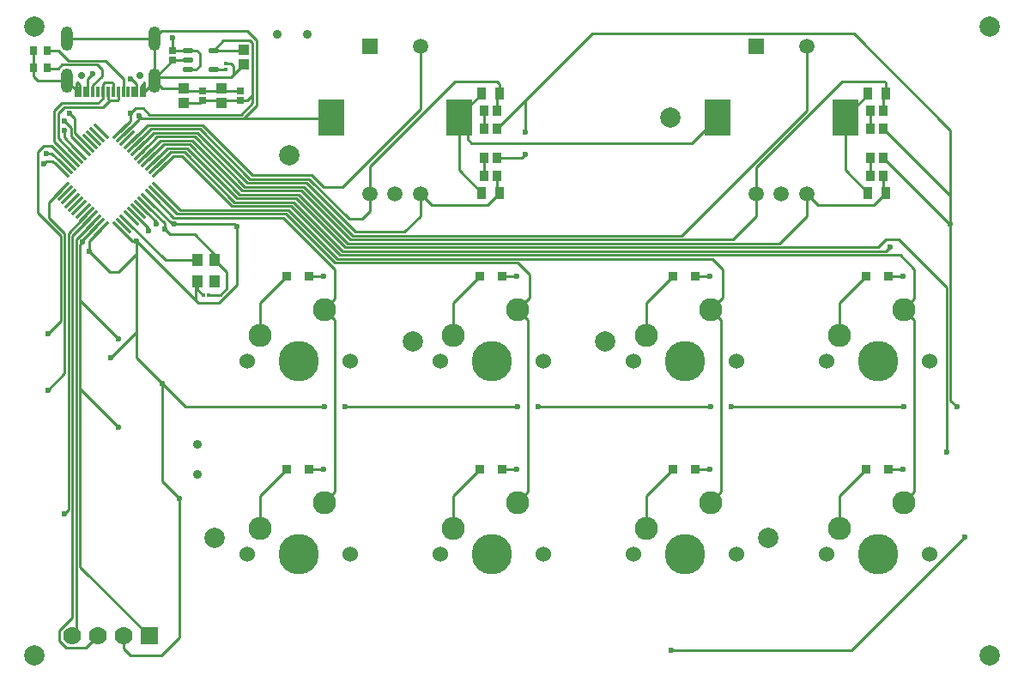
<source format=gtl>
G04*
G04 #@! TF.GenerationSoftware,Altium Limited,CircuitMaker,2.3.0 (2.3.0.3)*
G04*
G04 Layer_Physical_Order=1*
G04 Layer_Color=25308*
%FSLAX25Y25*%
%MOIN*%
G70*
G04*
G04 #@! TF.SameCoordinates,7A92FE71-458D-4544-954B-740947ED0FFD*
G04*
G04*
G04 #@! TF.FilePolarity,Positive*
G04*
G01*
G75*
%ADD10C,0.01000*%
%ADD18R,0.04331X0.05118*%
%ADD19R,0.01417X0.01260*%
%ADD20R,0.03268X0.03268*%
%ADD21R,0.03937X0.04134*%
%ADD22R,0.01260X0.01417*%
%ADD23O,0.04331X0.02165*%
%ADD24R,0.02756X0.02559*%
%ADD25R,0.03150X0.03740*%
G04:AMPARAMS|DCode=26|XSize=10.63mil|YSize=82.68mil|CornerRadius=0mil|HoleSize=0mil|Usage=FLASHONLY|Rotation=135.000|XOffset=0mil|YOffset=0mil|HoleType=Round|Shape=Round|*
%AMOVALD26*
21,1,0.07205,0.01063,0.00000,0.00000,225.0*
1,1,0.01063,0.02547,0.02547*
1,1,0.01063,-0.02547,-0.02547*
%
%ADD26OVALD26*%

G04:AMPARAMS|DCode=27|XSize=10.63mil|YSize=82.68mil|CornerRadius=0mil|HoleSize=0mil|Usage=FLASHONLY|Rotation=225.000|XOffset=0mil|YOffset=0mil|HoleType=Round|Shape=Round|*
%AMOVALD27*
21,1,0.07205,0.01063,0.00000,0.00000,315.0*
1,1,0.01063,-0.02547,0.02547*
1,1,0.01063,0.02547,-0.02547*
%
%ADD27OVALD27*%

G04:AMPARAMS|DCode=28|XSize=10.63mil|YSize=82.68mil|CornerRadius=0mil|HoleSize=0mil|Usage=FLASHONLY|Rotation=225.000|XOffset=0mil|YOffset=0mil|HoleType=Round|Shape=Round|*
%AMOVALD28*
21,1,0.07205,0.01063,0.00000,0.00000,315.0*
1,1,0.01063,-0.02547,0.02547*
1,1,0.01063,0.02547,-0.02547*
%
%ADD28OVALD28*%

%ADD29R,0.01181X0.03937*%
%ADD30R,0.03543X0.03937*%
%ADD31R,0.03543X0.05118*%
%ADD32R,0.04331X0.03937*%
%ADD61C,0.07874*%
%ADD62C,0.15700*%
%ADD63C,0.09000*%
%ADD64C,0.06000*%
%ADD65C,0.03543*%
%ADD66C,0.07000*%
%ADD67R,0.07000X0.07000*%
%ADD68R,0.10000X0.14000*%
%ADD69R,0.05905X0.05905*%
%ADD70C,0.05905*%
%ADD71O,0.04724X0.09449*%
%ADD72C,0.02756*%
%ADD73C,0.02362*%
D10*
X353000Y108000D02*
X423000D01*
X467000Y152000D01*
X285630Y299213D02*
X295079D01*
X296654Y300787D01*
X296555Y321555D02*
X322500Y347500D01*
X285630Y310630D02*
X296555Y321555D01*
X296654Y321457D01*
Y309252D02*
Y321457D01*
X155413Y326279D02*
X163779D01*
X152461Y329232D02*
X155413Y326279D01*
X138500Y194500D02*
Y195000D01*
X118405Y345768D02*
X152461D01*
X435630Y299213D02*
X461500Y273342D01*
X322500Y347500D02*
X424000D01*
X461500Y310000D01*
Y284760D02*
Y310000D01*
Y273500D02*
Y284760D01*
Y273342D02*
Y273500D01*
X435630Y310630D02*
X461500Y284760D01*
Y205000D02*
Y273342D01*
Y205000D02*
X464000Y202500D01*
X376500D02*
X443500D01*
X301500D02*
X368500D01*
X226500D02*
X293500D01*
X164500D02*
X218500D01*
X155500Y211500D02*
X164500Y202500D01*
X140394Y108606D02*
Y113583D01*
Y108606D02*
X143000Y106000D01*
X155000D01*
X162000Y113000D01*
Y167000D01*
X155500Y173500D02*
X162000Y167000D01*
X155500Y173500D02*
Y211500D01*
X145500Y231500D02*
Y262000D01*
X135500Y221500D02*
X145500Y231500D01*
Y221500D02*
Y231500D01*
Y262000D02*
Y267000D01*
Y221500D02*
X155500Y211500D01*
X127000Y263000D02*
X135000Y255000D01*
X138500D01*
X145500Y262000D01*
X168500Y244000D02*
X169500Y243000D01*
X145500Y267000D02*
X168500Y244000D01*
Y250614D02*
X169252Y251366D01*
X168500Y244000D02*
Y250614D01*
X169500Y243000D02*
X177500D01*
X184500Y250000D01*
Y272500D01*
X175748Y259634D02*
Y261752D01*
X168000Y269500D02*
X175748Y261752D01*
X158500Y269500D02*
X168000D01*
X156500Y271500D02*
X158500Y269500D01*
X183500Y273500D02*
X184500Y272500D01*
X160000Y273500D02*
X183500D01*
X361102Y305000D02*
X371063Y314961D01*
X275500Y305000D02*
X361102D01*
X274000Y306500D02*
X275500Y305000D01*
X274000Y306500D02*
Y311630D01*
X270669Y314961D02*
X274000Y311630D01*
X220602Y314500D02*
X221063Y314961D01*
X187000Y314500D02*
X220602D01*
X123500Y140476D02*
Y209500D01*
Y244000D01*
Y209500D02*
X138500Y194500D01*
X123500Y244000D02*
X138500Y229000D01*
X122000Y115189D02*
Y267571D01*
X120500Y120500D02*
Y268855D01*
X119000Y162500D02*
Y270139D01*
X117500Y215500D02*
Y270000D01*
X116000Y236000D02*
Y269000D01*
X123500Y140476D02*
X150394Y113583D01*
X123500Y244000D02*
Y265500D01*
X124500Y266500D01*
X105413Y331087D02*
Y334252D01*
Y331087D02*
X107268Y329232D01*
X118405D01*
X105413Y334252D02*
Y340945D01*
X146500Y315500D02*
X147500Y314500D01*
X187000D01*
X192000Y319500D01*
Y345000D01*
X188500Y348500D02*
X192000Y345000D01*
X155193Y348500D02*
X188500D01*
X152461Y345768D02*
X155193Y348500D01*
X152461Y330118D02*
Y345768D01*
Y329232D02*
Y330118D01*
X143000Y316500D02*
X145000Y318500D01*
X148000D01*
X150500Y316000D01*
X186000D01*
X190500Y320500D01*
Y323500D01*
X159641Y273500D02*
X160000D01*
X111000Y209000D02*
X117500Y215500D01*
X111000Y231000D02*
X116000Y236000D01*
X107000Y278000D02*
X116000Y269000D01*
X111500Y276000D02*
X117500Y270000D01*
X111500Y276000D02*
Y282126D01*
X116364Y286990D01*
X107000Y278000D02*
Y301500D01*
X109500Y304000D01*
X112437D01*
X119147Y297290D01*
X117500Y161000D02*
X119000Y162500D01*
X119500Y316500D02*
X121500Y314500D01*
Y308857D02*
Y314500D01*
Y308857D02*
X126107Y304250D01*
X117500Y313500D02*
X120000Y311000D01*
Y307573D02*
Y311000D01*
Y307573D02*
X124715Y302858D01*
X117500Y307289D02*
Y310000D01*
Y307289D02*
X123323Y301466D01*
X132480Y322480D02*
Y325000D01*
X130500Y320500D02*
X132480Y322480D01*
X116500Y320500D02*
X130500D01*
X113500Y317500D02*
X116500Y320500D01*
X113500Y305721D02*
Y317500D01*
Y305721D02*
X120539Y298682D01*
X132500Y319000D02*
X135000Y321500D01*
X117500Y319000D02*
X132500D01*
X115000Y316500D02*
X117500Y319000D01*
X115000Y307005D02*
Y316500D01*
Y307005D02*
X121931Y300074D01*
X119000Y270139D02*
X126107Y277246D01*
X125811Y109000D02*
X130394Y113583D01*
X118000Y109000D02*
X125811D01*
X115500Y111500D02*
X118000Y109000D01*
X115500Y111500D02*
Y115500D01*
X120500Y120500D01*
Y268855D02*
X127499Y275854D01*
X120394Y113583D02*
X122000Y115189D01*
Y267571D02*
X128891Y274462D01*
X143367Y305642D02*
X149725Y312000D01*
X171000D01*
X190500Y292500D01*
X144759Y304250D02*
X151009Y310500D01*
X170000D01*
X189500Y291000D01*
X146151Y302858D02*
X152293Y309000D01*
X169000D01*
X188500Y289500D01*
X147543Y301466D02*
X153577Y307500D01*
X168000D01*
X187500Y288000D01*
X148935Y300074D02*
X154861Y306000D01*
X167000D01*
X186500Y286500D01*
X150327Y298682D02*
X156145Y304500D01*
X166000D01*
X185500Y285000D01*
X190500Y292500D02*
X213500D01*
X218000Y288000D01*
X225500D01*
X189500Y291000D02*
X212500D01*
X228000Y275500D01*
X233000D01*
X236024Y278524D01*
Y285433D01*
X188500Y289500D02*
X211500D01*
X230500Y270500D01*
X249500D01*
X255709Y276709D01*
Y285433D01*
X187500Y288000D02*
X210500D01*
X229500Y269000D01*
X186500Y286500D02*
X209500D01*
X228500Y267500D01*
X185500Y285000D02*
X208500D01*
X227500Y266000D01*
X395000D01*
X229500Y269000D02*
X357000D01*
X405709Y317709D01*
X228500Y267500D02*
X377000D01*
X386024Y276524D01*
Y285433D01*
X395000Y266000D02*
X405709Y276709D01*
Y285433D01*
X151719Y297290D02*
X157429Y303000D01*
X165000D01*
X153111Y295898D02*
X158712Y301500D01*
X164000D01*
X165000Y303000D02*
X184500Y283500D01*
X207500D01*
X226500Y264500D01*
X164000Y301500D02*
X183500Y282000D01*
X206500D01*
X225500Y263000D01*
X226500Y264500D02*
X433500D01*
X436500Y267500D01*
X441500D01*
X460000Y249000D01*
Y185000D02*
Y249000D01*
X225500Y263000D02*
X436500D01*
X438000Y264500D01*
X182500Y280500D02*
X205500D01*
X163000Y300000D02*
X182500Y280500D01*
X159996Y300000D02*
X163000D01*
X154503Y294506D02*
X159996Y300000D01*
X225500Y288000D02*
X255709Y318209D01*
Y342520D01*
X405709Y317709D02*
Y342520D01*
X386024Y285433D02*
Y295524D01*
X419500Y329000D01*
X436000D01*
X436511Y328489D01*
Y324213D02*
Y328489D01*
X420669Y314961D02*
X429631Y323922D01*
Y324213D01*
X435630Y323331D02*
X436511Y324213D01*
X435630Y317520D02*
Y323331D01*
X430512Y310630D02*
Y317520D01*
X420669Y294591D02*
X429631Y285630D01*
X420669Y294591D02*
Y314961D01*
X431881Y281000D02*
X436511Y285630D01*
X410142Y281000D02*
X431881D01*
X405709Y285433D02*
X410142Y281000D01*
X236024Y285433D02*
Y296024D01*
X269000Y329000D01*
X285500D01*
X286511Y327989D01*
Y324213D02*
Y327989D01*
X270669Y314961D02*
Y315251D01*
X279631Y324213D01*
X285630Y323331D02*
X286511Y324213D01*
X285630Y317520D02*
Y323331D01*
X280512Y310630D02*
Y317520D01*
X270669Y294591D02*
Y314961D01*
Y294591D02*
X279631Y285630D01*
X281881Y281000D02*
X286511Y285630D01*
X260142Y281000D02*
X281881D01*
X255709Y285433D02*
X260142Y281000D01*
X430512Y299213D02*
X430512Y299213D01*
Y292323D02*
Y299213D01*
X435630Y286511D02*
X436511Y285630D01*
X435630Y286511D02*
Y292323D01*
X280512D02*
Y299213D01*
X285630Y286511D02*
X286511Y285630D01*
X285630Y286511D02*
Y292323D01*
X442000Y261500D02*
X447500Y256000D01*
Y244508D02*
Y256000D01*
X443366Y240374D02*
X447500Y244508D01*
X224500Y261500D02*
X442000D01*
X205500Y280500D02*
X224500Y261500D01*
X154503Y286990D02*
X162493Y279000D01*
X204500D01*
X223500Y260000D01*
X369000D01*
X373000Y256000D01*
Y245008D02*
Y256000D01*
X368366Y240374D02*
X373000Y245008D01*
X161209Y277500D02*
X203500D01*
X222500Y258500D01*
X293500D01*
X298000Y254000D01*
Y245008D02*
Y254000D01*
X293366Y240374D02*
X298000Y245008D01*
X153111Y285598D02*
X161209Y277500D01*
X202500Y276000D02*
X222500Y256000D01*
X159925Y276000D02*
X202500D01*
X151719Y284206D02*
X159925Y276000D01*
X222500Y244508D02*
Y256000D01*
X218366Y240374D02*
X222500Y244508D01*
X443366Y240374D02*
X447500Y236240D01*
Y169508D02*
Y236240D01*
X443366Y165374D02*
X447500Y169508D01*
X368366Y240374D02*
X372500Y236240D01*
Y169508D02*
Y236240D01*
X368366Y165374D02*
X372500Y169508D01*
X293366Y240374D02*
X297500Y236240D01*
Y169508D02*
Y236240D01*
X293366Y165374D02*
X297500Y169508D01*
X218366Y240374D02*
X222500Y236240D01*
Y169508D02*
Y236240D01*
X218366Y165374D02*
X222500Y169508D01*
X437461Y253346D02*
X443110D01*
X418366Y243032D02*
X428681Y253346D01*
X418366Y230374D02*
Y243032D01*
X212657Y253346D02*
X218307D01*
X287657D02*
X293307D01*
X362657D02*
X368307D01*
X343366Y242835D02*
X353878Y253346D01*
X343366Y230374D02*
Y242835D01*
X268366D02*
X278878Y253346D01*
X268366Y230374D02*
Y242835D01*
X193366D02*
X203878Y253346D01*
X193366Y230374D02*
Y242835D01*
X212657Y178347D02*
X218307D01*
X287657D02*
X293307D01*
X437461D02*
X443307D01*
X362657D02*
X368307D01*
X418366Y168032D02*
X428681Y178347D01*
X418366Y155374D02*
Y168032D01*
X343366Y167835D02*
X353878Y178347D01*
X343366Y155374D02*
Y167835D01*
X268366D02*
X278878Y178347D01*
X268366Y155374D02*
Y167835D01*
X193366D02*
X203878Y178347D01*
X193366Y155374D02*
Y167835D01*
X185827Y321555D02*
X188555D01*
X190500Y323500D01*
Y344000D01*
X189500Y345000D02*
X190500Y344000D01*
X179252Y345000D02*
X189500D01*
X175394Y341142D02*
X179252Y345000D01*
X183000Y331547D02*
Y335000D01*
Y331500D02*
Y331547D01*
X187000Y335547D01*
X186689Y341142D02*
X187000Y341453D01*
X175394Y341142D02*
X186689D01*
X159500Y341189D02*
X159646Y341043D01*
X159500Y341189D02*
Y346000D01*
X152461Y329232D02*
X153728Y330500D01*
X182000D01*
X183000Y331500D01*
X182055Y335945D02*
X183000Y335000D01*
X180315Y335945D02*
X182055D01*
X180236Y333661D02*
X180315Y333740D01*
X175394Y333661D02*
X180236D01*
X165551D02*
X168661D01*
X170000Y335000D01*
Y340000D01*
X168858Y341142D02*
X170000Y340000D01*
X165551Y341142D02*
X168858D01*
X152461Y330118D02*
X159646Y337303D01*
X165453D02*
X165551Y337402D01*
X159646Y337303D02*
X165453D01*
Y341043D02*
X165551Y341142D01*
X159646Y341043D02*
X165453D01*
X163779Y320571D02*
X170276D01*
X171260Y321555D01*
X177559D02*
X178543Y320571D01*
X171260Y321555D02*
X177559D01*
X178543Y320571D02*
X179528Y321555D01*
X185827D01*
X178543Y325295D02*
X179035Y325787D01*
X179528Y325295D01*
X171260D02*
X178543D01*
X179528D02*
X185827D01*
X163779Y326279D02*
X164764Y325295D01*
X171260D01*
X148622Y325000D02*
X152461Y328839D01*
Y329232D01*
X175748Y259634D02*
X180500Y254882D01*
Y248500D02*
Y254882D01*
X178000Y246000D02*
X180500Y248500D01*
X173602Y246000D02*
X178000D01*
X169252Y248146D02*
X171398Y246000D01*
X169252Y248146D02*
Y251366D01*
X143000Y313626D02*
Y316500D01*
X139191Y309818D02*
X143000Y313626D01*
X146500Y314342D02*
Y315500D01*
X140583Y308426D02*
X146500Y314342D01*
X150327Y282814D02*
X159641Y273500D01*
X156500Y271500D02*
Y273857D01*
X148935Y281422D02*
X156500Y273857D01*
X153000Y273500D02*
Y274573D01*
X147543Y280030D02*
X153000Y274573D01*
X150000Y271000D02*
Y272005D01*
X144759Y277246D02*
X150000Y272005D01*
X156804Y259634D02*
X169252D01*
X141975Y274462D02*
X156804Y259634D01*
X112654Y301000D02*
X117755Y295898D01*
X110500Y301000D02*
X112654D01*
X109500Y297000D02*
X110500Y298000D01*
X112870D01*
X116364Y294506D01*
X143870Y267000D02*
X145500D01*
X139191Y271678D02*
X143870Y267000D01*
X127000Y263000D02*
Y267004D01*
X131675Y271678D01*
X124500Y266500D02*
Y267287D01*
X130283Y273070D01*
X133000Y328500D02*
X136000D01*
X143000Y330000D02*
X143500D01*
X145472Y328028D01*
Y325000D02*
Y328028D01*
X126575Y330075D02*
X128500Y332000D01*
X126575Y325000D02*
Y330075D01*
X116500Y335500D02*
X130000D01*
X132000Y333500D01*
Y331000D02*
Y333500D01*
X128543Y327543D02*
X132000Y331000D01*
X128543Y325000D02*
Y327543D01*
X115000Y341000D02*
X119000Y337000D01*
X110728Y340945D02*
X110784Y341000D01*
X115000D01*
X119000Y337000D02*
X133500D01*
X140354Y330146D01*
Y325000D02*
Y330146D01*
X110728Y334252D02*
X110980Y334000D01*
X115000D01*
X116500Y335500D01*
X147441Y325000D02*
Y327441D01*
X148500Y328500D01*
X148622Y328378D01*
Y325000D02*
Y328378D01*
X122500Y328500D02*
X123425Y327575D01*
Y325000D02*
Y327575D01*
X122244Y325394D02*
Y328244D01*
Y325000D02*
Y325394D01*
Y328244D02*
X122500Y328500D01*
X118405Y329232D02*
X122244Y325394D01*
X136000Y328500D02*
X136417Y328083D01*
Y325000D02*
Y328083D01*
X132480Y327980D02*
X133000Y328500D01*
X132480Y325000D02*
Y327980D01*
X135000Y321500D02*
X138000D01*
X138386Y321886D01*
Y325000D01*
X134449Y322051D02*
X135000Y321500D01*
X134449Y322051D02*
Y325000D01*
D18*
X169252Y251366D02*
D03*
Y259634D02*
D03*
X175748D02*
D03*
Y251366D02*
D03*
D19*
X173602Y246000D02*
D03*
X171398D02*
D03*
D20*
X278878Y253346D02*
D03*
X287657D02*
D03*
X353878D02*
D03*
X362657D02*
D03*
X428681D02*
D03*
X437461D02*
D03*
X203878Y178347D02*
D03*
X212657D02*
D03*
X278878D02*
D03*
X287657D02*
D03*
X353878D02*
D03*
X362657D02*
D03*
X428681D02*
D03*
X437461D02*
D03*
X212657Y253346D02*
D03*
X203878D02*
D03*
D21*
X187000Y335547D02*
D03*
Y341453D02*
D03*
D22*
X180315Y335945D02*
D03*
Y333740D02*
D03*
D23*
X165551Y341142D02*
D03*
Y337402D02*
D03*
Y333661D02*
D03*
X175394Y341142D02*
D03*
Y333661D02*
D03*
D24*
X159646Y341043D02*
D03*
Y337303D02*
D03*
X171260Y325295D02*
D03*
Y321555D02*
D03*
X185827Y325295D02*
D03*
Y321555D02*
D03*
D25*
X105413Y334252D02*
D03*
X110728D02*
D03*
X105413Y340945D02*
D03*
X110728D02*
D03*
D26*
X131675Y271678D02*
D03*
X130283Y273070D02*
D03*
X128891Y274462D02*
D03*
X127499Y275854D02*
D03*
X126107Y277246D02*
D03*
X124715Y278638D02*
D03*
X123323Y280030D02*
D03*
X121931Y281422D02*
D03*
X120539Y282814D02*
D03*
X119147Y284206D02*
D03*
X117755Y285598D02*
D03*
X116364Y286990D02*
D03*
X139191Y309818D02*
D03*
X140583Y308426D02*
D03*
X141975Y307034D02*
D03*
X143367Y305642D02*
D03*
X144759Y304250D02*
D03*
X146151Y302858D02*
D03*
X147543Y301466D02*
D03*
X148935Y300074D02*
D03*
X150327Y298682D02*
D03*
X151719Y297290D02*
D03*
X153111Y295898D02*
D03*
X154503Y294506D02*
D03*
D27*
X116364D02*
D03*
D28*
X117755Y295898D02*
D03*
X119147Y297290D02*
D03*
X120539Y298682D02*
D03*
X121931Y300074D02*
D03*
X123323Y301466D02*
D03*
X124715Y302858D02*
D03*
X126107Y304250D02*
D03*
X127499Y305642D02*
D03*
X128891Y307034D02*
D03*
X130283Y308426D02*
D03*
X131675Y309818D02*
D03*
X154503Y286990D02*
D03*
X153111Y285598D02*
D03*
X151719Y284206D02*
D03*
X150327Y282814D02*
D03*
X148935Y281422D02*
D03*
X147543Y280030D02*
D03*
X146151Y278638D02*
D03*
X144759Y277246D02*
D03*
X143367Y275854D02*
D03*
X141975Y274462D02*
D03*
X140583Y273070D02*
D03*
X139191Y271678D02*
D03*
D29*
X148622Y325000D02*
D03*
X147441D02*
D03*
X145472D02*
D03*
X144291D02*
D03*
X136417D02*
D03*
X134449D02*
D03*
X138386D02*
D03*
X140354D02*
D03*
X142323D02*
D03*
X122244D02*
D03*
X123425D02*
D03*
X125394D02*
D03*
X126575D02*
D03*
X132480D02*
D03*
X130512D02*
D03*
X128543D02*
D03*
D30*
X435630Y310630D02*
D03*
X430512D02*
D03*
X435630Y317520D02*
D03*
X430512D02*
D03*
X435630Y299213D02*
D03*
X430512D02*
D03*
X430512Y292323D02*
D03*
X435630D02*
D03*
X285630Y310630D02*
D03*
X280512D02*
D03*
X285630Y317520D02*
D03*
X280512D02*
D03*
X285630Y299213D02*
D03*
X280512D02*
D03*
Y292323D02*
D03*
X285630D02*
D03*
D31*
X436511Y324213D02*
D03*
X429631D02*
D03*
X436511Y285630D02*
D03*
X429631D02*
D03*
X286511Y324213D02*
D03*
X279631D02*
D03*
X286511Y285630D02*
D03*
X279631D02*
D03*
D32*
X163779Y320571D02*
D03*
Y326279D02*
D03*
X178543Y320571D02*
D03*
Y326279D02*
D03*
D61*
X175984Y151575D02*
D03*
X352756Y314961D02*
D03*
X204724Y300394D02*
D03*
X252756Y228150D02*
D03*
X327559D02*
D03*
X390945Y151575D02*
D03*
X105905Y105905D02*
D03*
X476772Y350394D02*
D03*
X105905D02*
D03*
X476772Y105905D02*
D03*
D62*
X433366Y220374D02*
D03*
X358366D02*
D03*
X283366D02*
D03*
X433366Y145374D02*
D03*
X358366D02*
D03*
X283366D02*
D03*
X208366D02*
D03*
Y220374D02*
D03*
D63*
X418366Y230374D02*
D03*
X443366Y240374D02*
D03*
X368366D02*
D03*
X343366Y230374D02*
D03*
X293366Y240374D02*
D03*
X268366Y230374D02*
D03*
X443366Y165374D02*
D03*
X418366Y155374D02*
D03*
X368366Y165374D02*
D03*
X343366Y155374D02*
D03*
X293366Y165374D02*
D03*
X268366Y155374D02*
D03*
X218366Y165374D02*
D03*
X193366Y155374D02*
D03*
Y230374D02*
D03*
X218366Y240374D02*
D03*
D64*
X453366Y220374D02*
D03*
X413366D02*
D03*
X338366D02*
D03*
X378366D02*
D03*
X263366D02*
D03*
X303366D02*
D03*
X413366Y145374D02*
D03*
X453366D02*
D03*
X338366D02*
D03*
X378366D02*
D03*
X263366D02*
D03*
X303366D02*
D03*
X188366D02*
D03*
X228366D02*
D03*
Y220374D02*
D03*
X188366D02*
D03*
D65*
X169091Y176295D02*
D03*
Y188106D02*
D03*
X211953Y347390D02*
D03*
X200142D02*
D03*
D66*
X120394Y113583D02*
D03*
X130394D02*
D03*
X140394D02*
D03*
D67*
X150394D02*
D03*
D68*
X371063Y314961D02*
D03*
X420669D02*
D03*
X221063D02*
D03*
X270669D02*
D03*
D69*
X386024Y342520D02*
D03*
X236024D02*
D03*
D70*
X405709D02*
D03*
X386024Y285433D02*
D03*
X395866D02*
D03*
X405709D02*
D03*
X255709Y342520D02*
D03*
X236024Y285433D02*
D03*
X245866D02*
D03*
X255709D02*
D03*
D71*
X152461Y345768D02*
D03*
X118405D02*
D03*
X152461Y329232D02*
D03*
X118405D02*
D03*
D72*
X146850Y331201D02*
D03*
X124016D02*
D03*
D73*
X353000Y108000D02*
D03*
X467000Y152000D02*
D03*
X296654Y309252D02*
D03*
Y300787D02*
D03*
X461500Y273500D02*
D03*
X464000Y202500D02*
D03*
X443500D02*
D03*
X376500D02*
D03*
X368500D02*
D03*
X301500D02*
D03*
X293500D02*
D03*
X226500D02*
D03*
X218500D02*
D03*
X162000Y167000D02*
D03*
X135500Y221500D02*
D03*
X155500Y211500D02*
D03*
X184500Y272500D02*
D03*
X138500Y194500D02*
D03*
Y229000D02*
D03*
X160000Y273500D02*
D03*
X111000Y209000D02*
D03*
Y231000D02*
D03*
X119500Y316500D02*
D03*
X117500Y313500D02*
D03*
Y310000D02*
D03*
Y161000D02*
D03*
X460000Y185000D02*
D03*
X438000Y264500D02*
D03*
X159500Y346000D02*
D03*
X146500Y315500D02*
D03*
X143000Y316500D02*
D03*
X156500Y271500D02*
D03*
X145500Y267000D02*
D03*
X109500Y297000D02*
D03*
X110500Y301000D02*
D03*
X128500Y332000D02*
D03*
X143000Y330000D02*
D03*
X127000Y263000D02*
D03*
X124500Y266500D02*
D03*
X150000Y271000D02*
D03*
X153000Y273500D02*
D03*
X443110Y253346D02*
D03*
X368307D02*
D03*
X293307D02*
D03*
X218307D02*
D03*
Y178347D02*
D03*
X293307D02*
D03*
X368307D02*
D03*
X443307D02*
D03*
M02*

</source>
